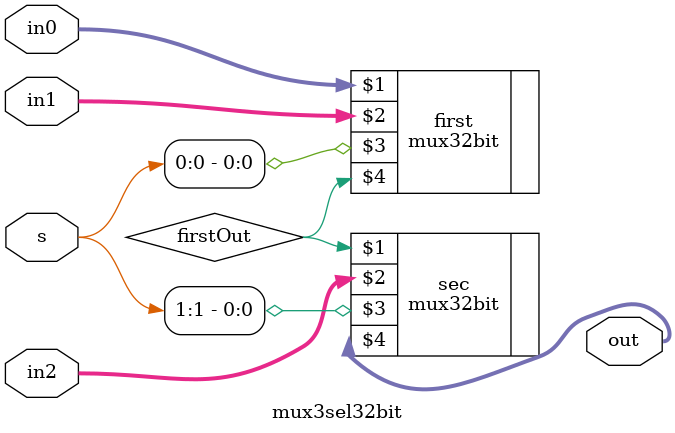
<source format=v>
`timescale 1ns/1ns
module mux3sel32bit(input [31:0] in0, in1, in2, input [1:0] s, output [31:0] out);

    mux32bit first(in0, in1, s[0], firstOut);
    mux32bit sec(firstOut, in2, s[1], out);

endmodule
</source>
